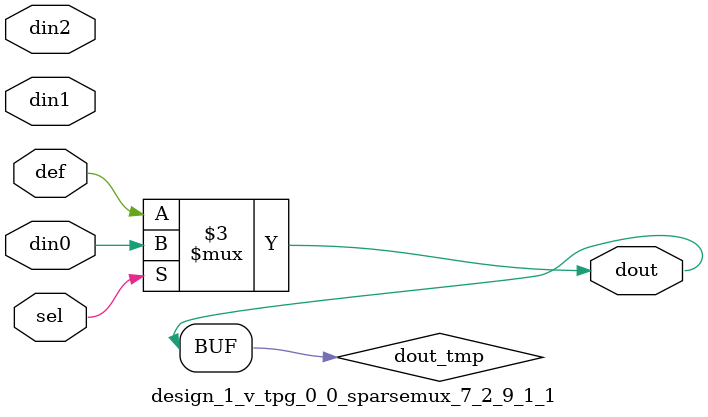
<source format=v>
`timescale 1ns / 1ps

module design_1_v_tpg_0_0_sparsemux_7_2_9_1_1 (din0,din1,din2,def,sel,dout);

parameter din0_WIDTH = 1;

parameter din1_WIDTH = 1;

parameter din2_WIDTH = 1;

parameter def_WIDTH = 1;
parameter sel_WIDTH = 1;
parameter dout_WIDTH = 1;

parameter [sel_WIDTH-1:0] CASE0 = 1;

parameter [sel_WIDTH-1:0] CASE1 = 1;

parameter [sel_WIDTH-1:0] CASE2 = 1;

parameter ID = 1;
parameter NUM_STAGE = 1;



input [din0_WIDTH-1:0] din0;

input [din1_WIDTH-1:0] din1;

input [din2_WIDTH-1:0] din2;

input [def_WIDTH-1:0] def;
input [sel_WIDTH-1:0] sel;

output [dout_WIDTH-1:0] dout;



reg [dout_WIDTH-1:0] dout_tmp;


always @ (*) begin
(* parallel_case *) case (sel)
    
    CASE0 : dout_tmp = din0;
    
    CASE1 : dout_tmp = din1;
    
    CASE2 : dout_tmp = din2;
    
    default : dout_tmp = def;
endcase
end


assign dout = dout_tmp;



endmodule

</source>
